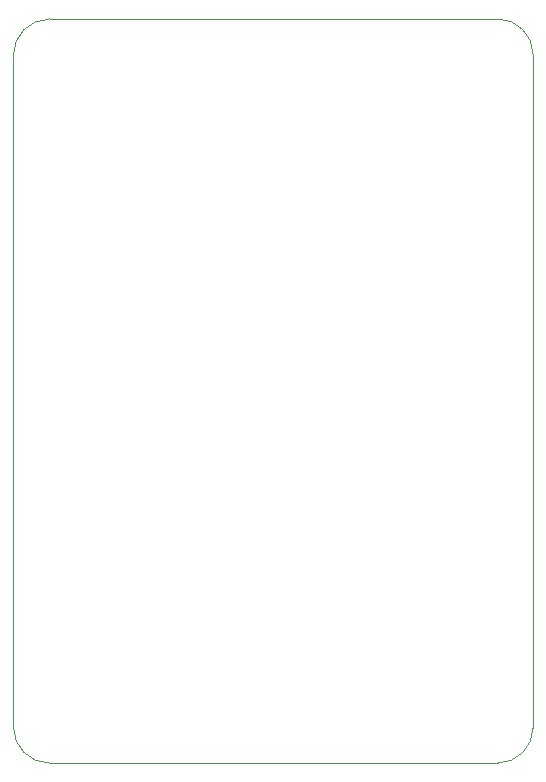
<source format=gm1>
%TF.GenerationSoftware,KiCad,Pcbnew,(7.0.0)*%
%TF.CreationDate,2023-03-30T04:11:49+01:00*%
%TF.ProjectId,flintandsteel,666c696e-7461-46e6-9473-7465656c2e6b,rev?*%
%TF.SameCoordinates,Original*%
%TF.FileFunction,Profile,NP*%
%FSLAX46Y46*%
G04 Gerber Fmt 4.6, Leading zero omitted, Abs format (unit mm)*
G04 Created by KiCad (PCBNEW (7.0.0)) date 2023-03-30 04:11:49*
%MOMM*%
%LPD*%
G01*
G04 APERTURE LIST*
%TA.AperFunction,Profile*%
%ADD10C,0.050000*%
%TD*%
G04 APERTURE END LIST*
D10*
X41932998Y-127132997D02*
X41930000Y-70268002D01*
X85932998Y-70200000D02*
X85932998Y-127199999D01*
X82932998Y-67200000D02*
X44997002Y-67200000D01*
X45000000Y-130200000D02*
X82932998Y-130199999D01*
X41932998Y-127132997D02*
G75*
G03*
X45000000Y-130200000I3067002J-1D01*
G01*
X44997002Y-67200000D02*
G75*
G03*
X41930000Y-70268002I0J-3067002D01*
G01*
X85932998Y-70200000D02*
G75*
G03*
X82932998Y-67200000I-3000000J0D01*
G01*
X82932998Y-130199999D02*
G75*
G03*
X85932998Y-127199999I0J3000000D01*
G01*
M02*

</source>
